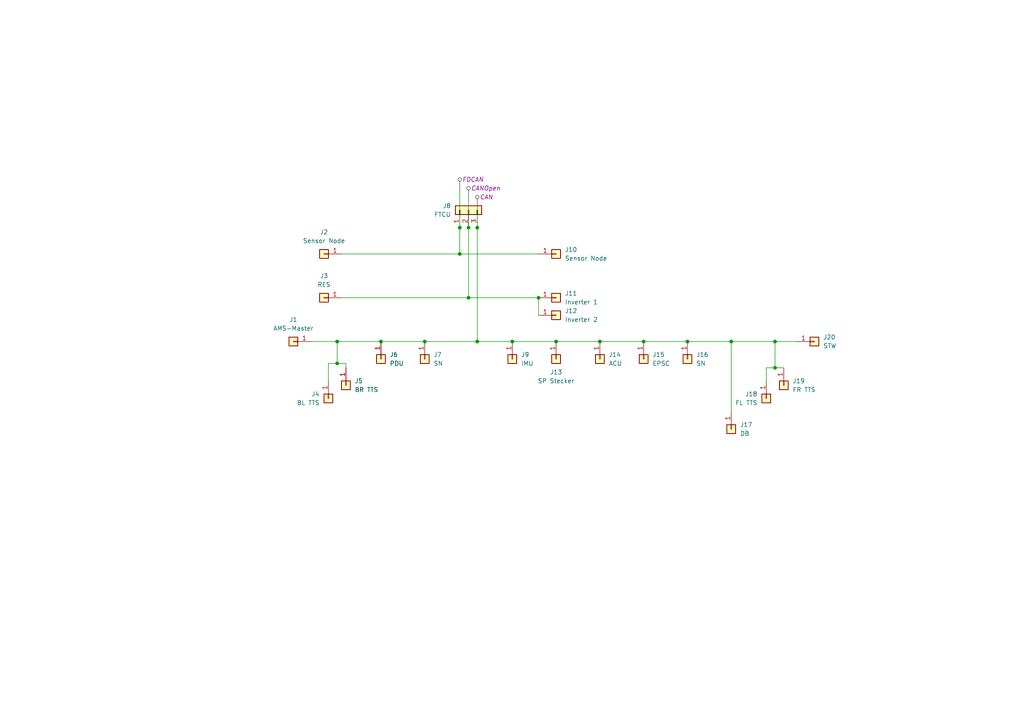
<source format=kicad_sch>
(kicad_sch (version 20231120) (generator "eeschema") (generator_version "8.0")
  (paper "A4")
  (lib_symbols
    (symbol "Connector_Generic:Conn_01x01" (pin_names (offset 1.016) hide)
      (property "Reference" "J" (at 0 2.54 0))
      (property "Value" "Conn_01x01" (at 0 -2.54 0))
      (symbol "Conn_01x01_1_1"
        (rectangle (start -1.27 0.127) (end 0 -0.127) (stroke (width 0.1524)))
        (rectangle (start -1.27 1.27) (end 1.27 -1.27) (stroke (width 0.254)) (fill (type background)))
        (pin passive line (at -5.08 0 0) (length 3.81) (name "Pin_1") (number "1"))
      )
    )
    (symbol "Connector_Generic:Conn_01x03" (pin_names (offset 1.016) hide)
      (property "Reference" "J" (at 0 5.08 0))
      (property "Value" "Conn_01x03" (at 0 -5.08 0))
      (symbol "Conn_01x03_1_1"
        (rectangle (start -1.27 -2.413) (end 0 -2.667) (stroke (width 0.1524)))
        (rectangle (start -1.27 0.127) (end 0 -0.127) (stroke (width 0.1524)))
        (rectangle (start -1.27 2.667) (end 0 2.413) (stroke (width 0.1524)))
        (rectangle (start -1.27 3.81) (end 1.27 -3.81) (stroke (width 0.254)) (fill (type background)))
        (pin passive line (at -5.08 2.54 0) (length 3.81) (name "Pin_1") (number "1"))
        (pin passive line (at -5.08 0 0) (length 3.81) (name "Pin_2") (number "2"))
        (pin passive line (at -5.08 -2.54 0) (length 3.81) (name "Pin_3") (number "3"))
      )
    )
  )
  (junction (at 135.89 66.04))
  (junction (at 97.79 99.06))
  (junction (at 97.79 105.41))
  (junction (at 199.39 99.06))
  (junction (at 133.35 73.66))
  (junction (at 110.49 99.06))
  (junction (at 224.79 99.06))
  (junction (at 161.29 99.06))
  (junction (at 212.09 99.06))
  (junction (at 186.69 99.06))
  (junction (at 156.21 86.36))
  (junction (at 148.59 99.06))
  (junction (at 138.43 66.04))
  (junction (at 224.79 106.68))
  (junction (at 123.19 99.06))
  (junction (at 133.35 66.04))
  (junction (at 135.89 86.36))
  (junction (at 173.99 99.06))
  (junction (at 138.43 99.06))
  (wire (pts (xy 224.79 106.68) (xy 224.79 99.06)))
  (wire (pts (xy 133.35 73.66) (xy 156.21 73.66)))
  (wire (pts (xy 97.79 105.41) (xy 97.79 99.06)))
  (wire (pts (xy 123.19 99.06) (xy 138.43 99.06)))
  (wire (pts (xy 227.33 106.68) (xy 224.79 106.68)))
  (wire (pts (xy 173.99 99.06) (xy 186.69 99.06)))
  (wire (pts (xy 95.25 105.41) (xy 95.25 110.49)))
  (wire (pts (xy 186.69 99.06) (xy 199.39 99.06)))
  (wire (pts (xy 100.33 106.68) (xy 100.33 105.41)))
  (wire (pts (xy 222.25 106.68) (xy 222.25 110.49)))
  (wire (pts (xy 224.79 99.06) (xy 231.14 99.06)))
  (wire (pts (xy 212.09 99.06) (xy 212.09 119.38)))
  (wire (pts (xy 135.89 66.04) (xy 135.89 86.36)))
  (wire (pts (xy 135.89 86.36) (xy 156.21 86.36)))
  (wire (pts (xy 138.43 59.69) (xy 138.43 66.04)))
  (wire (pts (xy 212.09 99.06) (xy 224.79 99.06)))
  (wire (pts (xy 138.43 66.04) (xy 138.43 99.06)))
  (wire (pts (xy 95.25 105.41) (xy 97.79 105.41)))
  (wire (pts (xy 224.79 106.68) (xy 222.25 106.68)))
  (wire (pts (xy 199.39 99.06) (xy 212.09 99.06)))
  (wire (pts (xy 156.21 86.36) (xy 156.21 91.44)))
  (wire (pts (xy 138.43 99.06) (xy 148.59 99.06)))
  (wire (pts (xy 133.35 54.61) (xy 133.35 66.04)))
  (wire (pts (xy 90.17 99.06) (xy 97.79 99.06)))
  (wire (pts (xy 161.29 99.06) (xy 173.99 99.06)))
  (wire (pts (xy 135.89 57.15) (xy 135.89 66.04)))
  (wire (pts (xy 99.06 73.66) (xy 133.35 73.66)))
  (wire (pts (xy 110.49 99.06) (xy 123.19 99.06)))
  (wire (pts (xy 133.35 66.04) (xy 133.35 73.66)))
  (wire (pts (xy 99.06 86.36) (xy 135.89 86.36)))
  (wire (pts (xy 100.33 105.41) (xy 97.79 105.41)))
  (wire (pts (xy 148.59 99.06) (xy 161.29 99.06)))
  (wire (pts (xy 97.79 99.06) (xy 110.49 99.06)))
  (netclass_flag "" (length 2.54) (shape round) (at 133.35 54.61 0) (property "Netclass" "FDCAN" (at 134.0485 52.07 0) (effects (font (italic yes)) (justify left))))
  (netclass_flag "" (length 2.54) (shape round) (at 135.89 57.15 0) (property "Netclass" "CANOpen" (at 136.5885 54.61 0) (effects (font (italic yes)) (justify left))))
  (netclass_flag "" (length 2.54) (shape round) (at 138.43 59.69 0) (property "Netclass" "CAN" (at 139.1285 57.15 0) (effects (font (italic yes)) (justify left))))
  (symbol (lib_id "Connector_Generic:Conn_01x01") (at 186.69 104.14 270) (unit 1)
    (property "Reference" "J15" (at 189.23 102.8699 90) (effects (justify left)))
    (property "Value" "EPSC" (at 189.23 105.4099 90) (effects (justify left)))
    (property "Description" "Electronic Power Steering Contol" (effects (hide yes)))
  )
  (symbol (lib_id "Connector_Generic:Conn_01x01") (at 212.09 124.46 270) (unit 1)
    (property "Reference" "J17" (at 214.63 123.1899 90) (effects (justify left)))
    (property "Value" "DB" (at 214.63 125.7299 90) (effects (justify left)))
    (property "Description" "Dashboard" (effects (hide yes)))
  )
  (symbol (lib_id "Connector_Generic:Conn_01x01") (at 123.19 104.14 270) (unit 1)
    (property "Reference" "J7" (at 125.73 102.8699 90) (effects (justify left)))
    (property "Value" "SN" (at 125.73 105.4099 90) (effects (justify left)))
    (property "Description" "Sensor Node" (effects (hide yes)))
  )
  (symbol (lib_id "Connector_Generic:Conn_01x01") (at 100.33 111.76 270) (unit 1)
    (property "Reference" "J5" (at 102.87 110.4899 90) (effects (justify left)))
    (property "Value" "BR TTS" (at 102.87 113.0299 90) (effects (justify left)))
    (property "Description" "Back Right Tire Temperature Sensor" (effects (hide yes)))
  )
  (symbol (lib_id "Connector_Generic:Conn_01x01") (at 110.49 104.14 270) (unit 1)
    (property "Reference" "J6" (at 113.03 102.8699 90) (effects (justify left)))
    (property "Value" "PDU" (at 113.03 105.4099 90) (effects (justify left)))
    (property "Description" "Power Distribution Unit" (effects (hide yes)))
  )
  (symbol (lib_id "Connector_Generic:Conn_01x01") (at 161.29 73.66 0) (unit 1)
    (property "Reference" "J10" (at 163.83 72.3899 0) (effects (justify left)))
    (property "Value" "Sensor Node" (at 163.83 74.9299 0) (effects (justify left)))
    (property "Description" "Generic connector, single row, 01x01, script generated (kicad-library-utils/schlib/autogen/connector/)" (effects (hide yes)))
  )
  (symbol (lib_id "Connector_Generic:Conn_01x01") (at 236.22 99.06 0) (unit 1)
    (property "Reference" "J20" (at 238.76 97.7899 0) (effects (justify left)))
    (property "Value" "STW" (at 238.76 100.3299 0) (effects (justify left)))
    (property "Description" "Steering Wheel" (effects (hide yes)))
  )
  (symbol (lib_id "Connector_Generic:Conn_01x01") (at 161.29 86.36 0) (unit 1)
    (property "Reference" "J11" (at 163.83 85.0899 0) (effects (justify left)))
    (property "Value" "Inverter 1" (at 163.83 87.6299 0) (effects (justify left)))
    (property "Description" "Generic connector, single row, 01x01, script generated (kicad-library-utils/schlib/autogen/connector/)" (effects (hide yes)))
  )
  (symbol (lib_id "Connector_Generic:Conn_01x01") (at 161.29 91.44 0) (unit 1)
    (property "Reference" "J12" (at 163.83 90.1699 0) (effects (justify left)))
    (property "Value" "Inverter 2" (at 163.83 92.7099 0) (effects (justify left)))
    (property "Description" "Generic connector, single row, 01x01, script generated (kicad-library-utils/schlib/autogen/connector/)" (effects (hide yes)))
  )
  (symbol (lib_id "Connector_Generic:Conn_01x01") (at 199.39 104.14 270) (unit 1)
    (property "Reference" "J16" (at 201.93 102.8699 90) (effects (justify left)))
    (property "Value" "SN" (at 201.93 105.4099 90) (effects (justify left)))
    (property "Description" "Back Sensor Node" (effects (hide yes)))
  )
  (symbol (lib_id "Connector_Generic:Conn_01x01") (at 148.59 104.14 270) (unit 1)
    (property "Reference" "J9" (at 151.13 102.8699 90) (effects (justify left)))
    (property "Value" "IMU" (at 151.13 105.4099 90) (effects (justify left)))
    (property "Description" "Inertial Measurement Unit" (effects (hide yes)))
  )
  (symbol (lib_id "Connector_Generic:Conn_01x01") (at 173.99 104.14 270) (unit 1)
    (property "Reference" "J14" (at 176.53 102.8699 90) (effects (justify left)))
    (property "Value" "ACU" (at 176.53 105.4099 90) (effects (justify left)))
    (property "Description" "Autonomous Control Unit" (effects (hide yes)))
  )
  (symbol (lib_id "Connector_Generic:Conn_01x01") (at 227.33 111.76 270) (unit 1)
    (property "Reference" "J19" (at 229.87 110.4899 90) (effects (justify left)))
    (property "Value" "FR TTS" (at 229.87 113.0299 90) (effects (justify left)))
    (property "Description" "Front Right Tire Temperature Sensor" (effects (hide yes)))
  )
  (symbol (lib_id "Connector_Generic:Conn_01x01") (at 222.25 115.57 270) (unit 1)
    (property "Reference" "J18" (at 219.71 114.2999 90) (effects (justify right)))
    (property "Value" "FL TTS" (at 219.71 116.8399 90) (effects (justify right)))
    (property "Description" "Front Left Tire Temperature Sensor" (effects (hide yes)))
  )
  (symbol (lib_id "Connector_Generic:Conn_01x01") (at 93.98 73.66 180) (unit 1)
    (property "Reference" "J2" (at 93.98 67.31 0))
    (property "Value" "Sensor Node" (at 93.98 69.85 0))
    (property "Description" "Generic connector, single row, 01x01, script generated (kicad-library-utils/schlib/autogen/connector/)" (effects (hide yes)))
  )
  (symbol (lib_id "Connector_Generic:Conn_01x01") (at 93.98 86.36 180) (unit 1)
    (property "Reference" "J3" (at 93.98 80.01 0))
    (property "Value" "RES" (at 93.98 82.55 0))
    (property "Description" "Generic connector, single row, 01x01, script generated (kicad-library-utils/schlib/autogen/connector/)" (effects (hide yes)))
  )
  (symbol (lib_id "Connector_Generic:Conn_01x01") (at 161.29 104.14 270) (unit 1)
    (property "Reference" "J13" (at 161.29 107.95 90))
    (property "Value" "SP Stecker" (at 161.29 110.49 90))
    (property "Description" "Side Panel Stecker" (effects (hide yes)))
  )
  (symbol (lib_id "Connector_Generic:Conn_01x01") (at 95.25 115.57 270) (unit 1)
    (property "Reference" "J4" (at 92.71 114.2999 90) (effects (justify right)))
    (property "Value" "BL TTS" (at 92.71 116.8399 90) (effects (justify right)))
    (property "Description" "Back Left Tire Temperature Sensor" (effects (hide yes)))
  )
  (symbol (lib_id "Connector_Generic:Conn_01x01") (at 85.09 99.06 180) (unit 1)
    (property "Reference" "J1" (at 85.09 92.71 0))
    (property "Value" "AMS-Master" (at 85.09 95.25 0))
    (property "Description" "Accumulator Management System - Master" (effects (hide yes)))
  )
  (symbol (lib_id "Connector_Generic:Conn_01x03") (at 135.89 60.96 90) (unit 1)
    (property "Reference" "J8" (at 130.81 59.6899 90) (effects (justify left)))
    (property "Value" "FTCU" (at 130.81 62.2299 90) (effects (justify left)))
    (property "Description" "Generic connector, single row, 01x03, script generated (kicad-library-utils/schlib/autogen/connector/)" (effects (hide yes)))
  )
)
</source>
